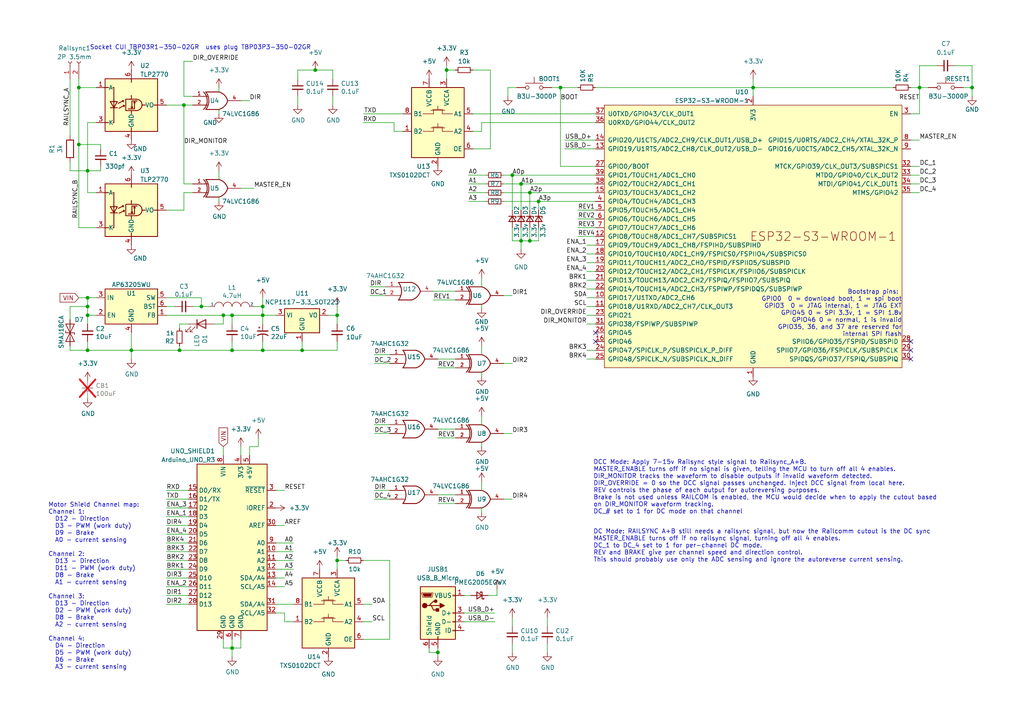
<source format=kicad_sch>
(kicad_sch (version 20230121) (generator eeschema)
  (paper "A4")
  (title_block (title "Dynamo - DCC 4 channel booster") (date "2024-01-14") (rev "0.6") (company "SeraphimLabs LLC"))
  (lib_symbols
    (symbol "74AHCT1G86-74xGxx_1" (pin_names (offset 1.016))
      (property "Reference" "U5" (at -1.27 0 0))
      (property "Value" "74LVC1G86" (at 6.35 -3.81 0))
      (symbol "74AHCT1G86-74xGxx_1_1_1"
        (pin input line (at -7.62 1.27 0) (length 3.81) (name "~") (number "1"))
        (pin input line (at -7.62 -1.27 0) (length 3.81) (name "~") (number "2"))
        (pin power_in line (at 0 -2.54 270) (length 0) hide (name "") (number "3"))
        (pin output line (at 6.35 0 180) (length 3.81) (name "~") (number "4"))
        (pin power_in line (at 0 2.54 90) (length 0) hide (name "") (number "5"))
      )
    )
    (symbol "74AHCT1G86-74xGxx_2" (pin_names (offset 1.016))
      (property "Reference" "U4" (at -1.27 0 0))
      (property "Value" "74LVC1G86" (at 6.35 -3.81 0))
      (symbol "74AHCT1G86-74xGxx_2_1_1"
        (pin input line (at -7.62 1.27 0) (length 3.81) (name "~") (number "1"))
        (pin input line (at -7.62 -1.27 0) (length 3.81) (name "~") (number "2"))
        (pin power_in line (at 0 -2.54 270) (length 0) hide (name "") (number "3"))
        (pin output line (at 6.35 0 180) (length 3.81) (name "~") (number "4"))
        (pin power_in line (at 0 2.54 90) (length 0) hide (name "") (number "5"))
      )
    )
    (symbol "Connector:USB_B_Micro" (pin_names (offset 1.016))
      (property "Reference" "J" (at -5.08 11.43 0))
      (property "Value" "USB_B_Micro" (at -5.08 8.89 0))
      (symbol "USB_B_Micro_1_1"
        (pin power_out line (at 7.62 5.08 180) (length 2.54) (name "VBUS") (number "1"))
        (pin bidirectional line (at 7.62 -2.54 180) (length 2.54) (name "D-") (number "2"))
        (pin bidirectional line (at 7.62 0 180) (length 2.54) (name "D+") (number "3"))
        (pin passive line (at 7.62 -5.08 180) (length 2.54) (name "ID") (number "4"))
        (pin power_out line (at 0 -10.16 90) (length 2.54) (name "GND") (number "5"))
        (pin passive line (at -2.54 -10.16 90) (length 2.54) (name "Shield") (number "6"))
      )
    )
    (symbol "Device:C_Small" (pin_numbers hide) (pin_names (offset 0.254) hide)
      (property "Reference" "C" (at 0.254 1.778 0))
      (property "Value" "C_Small" (at 0.254 -2.032 0))
      (symbol "C_Small_1_1"
        (pin passive line (at 0 2.54 270) (length 2.032) (name "~") (number "1"))
        (pin passive line (at 0 -2.54 90) (length 2.032) (name "~") (number "2"))
      )
    )
    (symbol "Device:D_Schottky_Small" (pin_numbers hide) (pin_names (offset 0.254) hide)
      (property "Reference" "D" (at -1.27 2.032 0))
      (property "Value" "D_Schottky_Small" (at -7.112 -2.032 0))
      (symbol "D_Schottky_Small_1_1"
        (pin passive line (at -2.54 0 0) (length 1.778) (name "K") (number "1"))
        (pin passive line (at 2.54 0 180) (length 1.778) (name "A") (number "2"))
      )
    )
    (symbol "Device:D_Zener_Small" (pin_numbers hide) (pin_names (offset 0.254) hide)
      (property "Reference" "D" (at 0 2.286 0))
      (property "Value" "D_Zener_Small" (at 0 -2.286 0))
      (symbol "D_Zener_Small_1_1"
        (pin passive line (at -2.54 0 0) (length 1.778) (name "K") (number "1"))
        (pin passive line (at 2.54 0 180) (length 1.778) (name "A") (number "2"))
      )
    )
    (symbol "Device:LED" (pin_numbers hide) (pin_names (offset 1.016) hide)
      (property "Reference" "D" (at 0 2.54 0))
      (property "Value" "LED" (at 0 -2.54 0))
      (symbol "LED_1_1"
        (pin passive line (at -3.81 0 0) (length 2.54) (name "K") (number "1"))
        (pin passive line (at 3.81 0 180) (length 2.54) (name "A") (number "2"))
      )
    )
    (symbol "Device:R" (pin_numbers hide) (pin_names (offset 0))
      (property "Reference" "R" (at 2.032 0 90))
      (property "Value" "R" (at 0 0 90))
      (symbol "R_1_1"
        (pin passive line (at 0 3.81 270) (length 1.27) (name "~") (number "1"))
        (pin passive line (at 0 -3.81 90) (length 1.27) (name "~") (number "2"))
      )
    )
    (symbol "Device:R_Small" (pin_numbers hide) (pin_names (offset 0.254) hide)
      (property "Reference" "R" (at 0.762 0.508 0))
      (property "Value" "R_Small" (at 0.762 -1.016 0))
      (symbol "R_Small_1_1"
        (pin passive line (at 0 2.54 270) (length 0.762) (name "~") (number "1"))
        (pin passive line (at 0 -2.54 90) (length 0.762) (name "~") (number "2"))
      )
    )
    (symbol "Diode:SMAJ18CA" (pin_numbers hide) (pin_names (offset 1.016) hide)
      (property "Reference" "D" (at 0 2.54 0))
      (property "Value" "SMAJ18CA" (at 0 -2.54 0))
      (symbol "SMAJ18CA_1_1"
        (pin passive line (at -3.81 0 0) (length 2.54) (name "A1") (number "1"))
        (pin passive line (at 3.81 0 180) (length 2.54) (name "A2") (number "2"))
      )
    )
    (symbol "Espressif:ESP32-S3-WROOM-1" (pin_names (offset 1.016))
      (property "Reference" "U" (at -43.18 43.18 0))
      (property "Value" "ESP32-S3-WROOM-1" (at -43.18 40.64 0))
      (symbol "ESP32-S3-WROOM-1_0_0"
        (text "ESP32-S3-WROOM-1" (at -20.32 0 0) (effects (font (size 2.54 2.54))))
        (pin power_in line (at 0 -40.64 90) (length 2.54) (name "GND") (number "1"))
        (pin bidirectional line (at 45.72 -17.78 180) (length 2.54) (name "GPIO17/U1TXD/ADC2_CH6") (number "10"))
        (pin bidirectional line (at 45.72 -20.32 180) (length 2.54) (name "GPIO18/U1RXD/ADC2_CH7/CLK_OUT3") (number "11"))
        (pin bidirectional line (at 45.72 0 180) (length 2.54) (name "GPIO8/TOUCH8/ADC1_CH7/SUBSPICS1") (number "12"))
        (pin bidirectional line (at 45.72 25.4 180) (length 2.54) (name "GPIO19/U1RTS/ADC2_CH8/CLK_OUT2/USB_D-") (number "13"))
        (pin bidirectional line (at 45.72 27.94 180) (length 2.54) (name "GPIO20/U1CTS/ADC2_CH9/CLK_OUT1/USB_D+") (number "14"))
        (pin bidirectional line (at 45.72 12.7 180) (length 2.54) (name "GPIO3/TOUCH3/ADC1_CH2") (number "15"))
        (pin bidirectional line (at 45.72 -30.48 180) (length 2.54) (name "GPIO46") (number "16"))
        (pin bidirectional line (at 45.72 -2.54 180) (length 2.54) (name "GPIO9/TOUCH9/ADC1_CH8/FSPIHD/SUBSPIHD") (number "17"))
        (pin bidirectional line (at 45.72 -5.08 180) (length 2.54) (name "GPIO10/TOUCH10/ADC1_CH9/FSPICS0/FSPIIO4/SUBSPICS0") (number "18"))
        (pin bidirectional line (at 45.72 -7.62 180) (length 2.54) (name "GPIO11/TOUCH11/ADC2_CH0/FSPID/FSPIIO5/SUBSPID") (number "19"))
        (pin power_in line (at 0 40.64 270) (length 2.54) (name "3V3") (number "2"))
        (pin bidirectional line (at 45.72 -10.16 180) (length 2.54) (name "GPIO12/TOUCH12/ADC2_CH1/FSPICLK/FSPIIO6/SUBSPICLK") (number "20"))
        (pin bidirectional line (at 45.72 -12.7 180) (length 2.54) (name "GPIO13/TOUCH13/ADC2_CH2/FSPIQ/FSPIIO7/SUBSPIQ") (number "21"))
        (pin bidirectional line (at 45.72 -15.24 180) (length 2.54) (name "GPIO14/TOUCH14/ADC2_CH3/FSPIWP/FSPIDQS/SUBSPIWP") (number "22"))
        (pin bidirectional line (at 45.72 -22.86 180) (length 2.54) (name "GPIO21") (number "23"))
        (pin bidirectional line (at 45.72 -33.02 180) (length 2.54) (name "GPIO47/SPICLK_P/SUBSPICLK_P_DIFF") (number "24"))
        (pin bidirectional line (at 45.72 -35.56 180) (length 2.54) (name "GPIO48/SPICLK_N/SUBSPICLK_N_DIFF") (number "25"))
        (pin bidirectional line (at 45.72 -27.94 180) (length 2.54) (name "GPIO45") (number "26"))
        (pin bidirectional line (at 45.72 20.32 180) (length 2.54) (name "GPIO0/BOOT") (number "27"))
        (pin bidirectional line (at -45.72 -30.48 0) (length 2.54) (name "SPIIO6/GPIO35/FSPID/SUBSPID") (number "28"))
        (pin bidirectional line (at -45.72 -33.02 0) (length 2.54) (name "SPIIO7/GPIO36/FSPICLK/SUBSPICLK") (number "29"))
        (pin input line (at -45.72 35.56 0) (length 2.54) (name "EN") (number "3"))
        (pin bidirectional line (at -45.72 -35.56 0) (length 2.54) (name "SPIDQS/GPIO37/FSPIQ/SUBSPIQ") (number "30"))
        (pin bidirectional line (at 45.72 -25.4 180) (length 2.54) (name "GPIO38/FSPIWP/SUBSPIWP") (number "31"))
        (pin bidirectional line (at -45.72 20.32 0) (length 2.54) (name "MTCK/GPIO39/CLK_OUT3/SUBSPICS1") (number "32"))
        (pin bidirectional line (at -45.72 17.78 0) (length 2.54) (name "MTDO/GPIO40/CLK_OUT2") (number "33"))
        (pin bidirectional line (at -45.72 15.24 0) (length 2.54) (name "MTDI/GPIO41/CLK_OUT1") (number "34"))
        (pin bidirectional line (at -45.72 12.7 0) (length 2.54) (name "MTMS/GPIO42") (number "35"))
        (pin bidirectional line (at 45.72 33.02 180) (length 2.54) (name "U0RXD/GPIO44/CLK_OUT2") (number "36"))
        (pin bidirectional line (at 45.72 35.56 180) (length 2.54) (name "U0TXD/GPIO43/CLK_OUT1") (number "37"))
        (pin bidirectional line (at 45.72 15.24 180) (length 2.54) (name "GPIO2/TOUCH2/ADC1_CH1") (number "38"))
        (pin bidirectional line (at 45.72 17.78 180) (length 2.54) (name "GPIO1/TOUCH1/ADC1_CH0") (number "39"))
        (pin bidirectional line (at 45.72 10.16 180) (length 2.54) (name "GPIO4/TOUCH4/ADC1_CH3") (number "4"))
        (pin passive line (at 0 -40.64 90) (length 2.54) hide (name "GND") (number "40"))
        (pin passive line (at 0 -40.64 90) (length 2.54) hide (name "GND") (number "41"))
        (pin bidirectional line (at 45.72 7.62 180) (length 2.54) (name "GPIO5/TOUCH5/ADC1_CH4") (number "5"))
        (pin bidirectional line (at 45.72 5.08 180) (length 2.54) (name "GPIO6/TOUCH6/ADC1_CH5") (number "6"))
        (pin bidirectional line (at 45.72 2.54 180) (length 2.54) (name "GPIO7/TOUCH7/ADC1_CH6") (number "7"))
        (pin bidirectional line (at -45.72 27.94 0) (length 2.54) (name "GPIO15/U0RTS/ADC2_CH4/XTAL_32K_P") (number "8"))
        (pin bidirectional line (at -45.72 25.4 0) (length 2.54) (name "GPIO16/U0CTS/ADC2_CH5/XTAL_32K_N") (number "9"))
      )
    )
    (symbol "Isolator:TLP2770" (pin_names (offset 1.016))
      (property "Reference" "U3" (at 2.54 11.43 0))
      (property "Value" "TLP2770" (at 2.54 8.89 0))
      (symbol "TLP2770_1_1"
        (pin passive line (at -10.16 5.08 0) (length 2.54) (name "A") (number "1"))
        (pin no_connect line (at -7.62 0 0) (length 2.54) hide (name "NC") (number "2"))
        (pin passive line (at -10.16 -5.08 0) (length 2.54) (name "K") (number "3"))
        (pin power_in line (at 0 -10.16 90) (length 2.54) (name "GND") (number "4"))
        (pin output line (at 10.16 0 180) (length 2.54) (name "VO") (number "5"))
        (pin power_in line (at 0 10.16 270) (length 2.54) (name "") (number "6"))
      )
    )
    (symbol "Loconet DCC Interface-rescue:74AHC1G32-74xGxx" (pin_names (offset 1.016))
      (property "Reference" "U" (at -2.54 3.81 0))
      (property "Value" "74xGxx_74AHC1G32" (at 0 -3.81 0))
      (symbol "74AHC1G32-74xGxx_1_1"
        (pin input line (at -7.62 1.27 0) (length 3.81) (name "~") (number "1"))
        (pin input line (at -7.62 -1.27 0) (length 3.81) (name "~") (number "2"))
        (pin power_in line (at 0 -2.54 270) (length 0) hide (name "GND") (number "3"))
        (pin output line (at 6.35 0 180) (length 3.81) (name "~") (number "4"))
        (pin power_in line (at 0 2.54 90) (length 0) hide (name "VCC") (number "5"))
      )
    )
    (symbol "Logic_LevelTranslator:TXS0102DCT"
      (property "Reference" "U" (at -6.35 11.43 0))
      (property "Value" "TXS0102DCT" (at 3.81 11.43 0))
      (symbol "TXS0102DCT_1_1"
        (pin bidirectional line (at 10.16 -2.54 180) (length 2.54) (name "B2") (number "1"))
        (pin power_in line (at 0 -12.7 90) (length 2.54) (name "GND") (number "2"))
        (pin power_in line (at -2.54 12.7 270) (length 2.54) (name "VCCA") (number "3"))
        (pin bidirectional line (at -10.16 -2.54 0) (length 2.54) (name "A2") (number "4"))
        (pin bidirectional line (at -10.16 2.54 0) (length 2.54) (name "A1") (number "5"))
        (pin input line (at -10.16 -7.62 0) (length 2.54) (name "OE") (number "6"))
        (pin power_in line (at 2.54 12.7 270) (length 2.54) (name "VCCB") (number "7"))
        (pin bidirectional line (at 10.16 2.54 180) (length 2.54) (name "B1") (number "8"))
      )
    )
    (symbol "MCU_Module:Arduino_UNO_R3"
      (property "Reference" "A" (at -10.16 23.495 0))
      (property "Value" "Arduino_UNO_R3" (at 5.08 -26.67 0))
      (symbol "Arduino_UNO_R3_1_1"
        (pin no_connect line (at -10.16 -20.32 0) (length 2.54) hide (name "NC") (number "1"))
        (pin bidirectional line (at 12.7 -2.54 180) (length 2.54) (name "A1") (number "10"))
        (pin bidirectional line (at 12.7 -5.08 180) (length 2.54) (name "A2") (number "11"))
        (pin bidirectional line (at 12.7 -7.62 180) (length 2.54) (name "A3") (number "12"))
        (pin bidirectional line (at 12.7 -10.16 180) (length 2.54) (name "SDA/A4") (number "13"))
        (pin bidirectional line (at 12.7 -12.7 180) (length 2.54) (name "SCL/A5") (number "14"))
        (pin bidirectional line (at -12.7 15.24 0) (length 2.54) (name "D0/RX") (number "15"))
        (pin bidirectional line (at -12.7 12.7 0) (length 2.54) (name "D1/TX") (number "16"))
        (pin bidirectional line (at -12.7 10.16 0) (length 2.54) (name "D2") (number "17"))
        (pin bidirectional line (at -12.7 7.62 0) (length 2.54) (name "D3") (number "18"))
        (pin bidirectional line (at -12.7 5.08 0) (length 2.54) (name "D4") (number "19"))
        (pin output line (at 12.7 10.16 180) (length 2.54) (name "IOREF") (number "2"))
        (pin bidirectional line (at -12.7 2.54 0) (length 2.54) (name "D5") (number "20"))
        (pin bidirectional line (at -12.7 0 0) (length 2.54) (name "D6") (number "21"))
        (pin bidirectional line (at -12.7 -2.54 0) (length 2.54) (name "D7") (number "22"))
        (pin bidirectional line (at -12.7 -5.08 0) (length 2.54) (name "D8") (number "23"))
        (pin bidirectional line (at -12.7 -7.62 0) (length 2.54) (name "D9") (number "24"))
        (pin bidirectional line (at -12.7 -10.16 0) (length 2.54) (name "D10") (number "25"))
        (pin bidirectional line (at -12.7 -12.7 0) (length 2.54) (name "D11") (number "26"))
        (pin bidirectional line (at -12.7 -15.24 0) (length 2.54) (name "D12") (number "27"))
        (pin bidirectional line (at -12.7 -17.78 0) (length 2.54) (name "D13") (number "28"))
        (pin power_in line (at -2.54 -27.94 90) (length 2.54) (name "GND") (number "29"))
        (pin input line (at 12.7 15.24 180) (length 2.54) (name "~{RESET}") (number "3"))
        (pin input line (at 12.7 5.08 180) (length 2.54) (name "AREF") (number "30"))
        (pin bidirectional line (at 12.7 -17.78 180) (length 2.54) (name "SDA/A4") (number "31"))
        (pin bidirectional line (at 12.7 -20.32 180) (length 2.54) (name "SCL/A5") (number "32"))
        (pin power_out line (at 2.54 25.4 270) (length 2.54) (name "3V3") (number "4"))
        (pin power_out line (at 5.08 25.4 270) (length 2.54) (name "+5V") (number "5"))
        (pin power_in line (at 0 -27.94 90) (length 2.54) (name "GND") (number "6"))
        (pin power_in line (at 2.54 -27.94 90) (length 2.54) (name "GND") (number "7"))
        (pin power_in line (at -2.54 25.4 270) (length 2.54) (name "VIN") (number "8"))
        (pin bidirectional line (at 12.7 0 180) (length 2.54) (name "A0") (number "9"))
      )
    )
    (symbol "Motor Shield Adapter-rescue:74AHCT1G86-74xGxx" (pin_names (offset 1.016))
      (property "Reference" "U" (at -2.54 3.81 0))
      (property "Value" "74xGxx_74AHCT1G86" (at 0 -3.81 0))
      (symbol "74AHCT1G86-74xGxx_1_1"
        (pin input line (at -7.62 1.27 0) (length 3.81) (name "~") (number "1"))
        (pin input line (at -7.62 -1.27 0) (length 3.81) (name "~") (number "2"))
        (pin power_in line (at 0 -2.54 270) (length 0) hide (name "GND") (number "3"))
        (pin output line (at 6.35 0 180) (length 3.81) (name "~") (number "4"))
        (pin power_in line (at 0 2.54 90) (length 0) hide (name "VCC") (number "5"))
      )
    )
    (symbol "Motor Shield Adapter-rescue:CP1_Small-Device" (pin_numbers hide) (pin_names (offset 0.254) hide)
      (property "Reference" "C" (at 0.254 1.778 0))
      (property "Value" "Device_CP1_Small" (at 0.254 -2.032 0))
      (symbol "CP1_Small-Device_1_1"
        (pin passive line (at 0 2.54 270) (length 2.032) (name "~") (number "1"))
        (pin passive line (at 0 -2.54 90) (length 2.032) (name "~") (number "2"))
      )
    )
    (symbol "Motor Shield Adapter-rescue:Conn_01x02_Female-Connector" (pin_names (offset 1.016) hide)
      (property "Reference" "J" (at 0 2.54 0))
      (property "Value" "Connector_Conn_01x02_Female" (at 0 -5.08 0))
      (symbol "Conn_01x02_Female-Connector_1_1"
        (pin passive line (at -5.08 0 0) (length 3.81) (name "Pin_1") (number "1"))
        (pin passive line (at -5.08 -2.54 0) (length 3.81) (name "Pin_2") (number "2"))
      )
    )
    (symbol "Motor Shield Adapter-rescue:INDUCTOR-pspice" (pin_numbers hide) (pin_names (offset 0))
      (property "Reference" "L" (at 0 2.54 0))
      (property "Value" "pspice_INDUCTOR" (at 0 -1.27 0))
      (symbol "INDUCTOR-pspice_1_1"
        (pin input line (at -6.35 0 0) (length 1.27) (name "1") (number "1"))
        (pin input line (at 6.35 0 180) (length 1.27) (name "2") (number "2"))
      )
    )
    (symbol "Regulator_Linear:NCP1117-3.3_SOT223"
      (property "Reference" "U" (at -3.81 3.175 0))
      (property "Value" "NCP1117-3.3_SOT223" (at 0 3.175 0))
      (symbol "NCP1117-3.3_SOT223_1_1"
        (pin power_in line (at 0 -7.62 90) (length 2.54) (name "GND") (number "1"))
        (pin power_out line (at 7.62 0 180) (length 2.54) (name "VO") (number "2"))
        (pin power_in line (at -7.62 0 0) (length 2.54) (name "VI") (number "3"))
      )
    )
    (symbol "Regulator_Switching:AP63205WU"
      (property "Reference" "U" (at -7.62 6.35 0))
      (property "Value" "AP63205WU" (at 2.54 6.35 0))
      (symbol "AP63205WU_1_1"
        (pin input line (at 10.16 -2.54 180) (length 2.54) (name "FB") (number "1"))
        (pin input line (at -10.16 -2.54 0) (length 2.54) (name "EN") (number "2"))
        (pin power_in line (at -10.16 2.54 0) (length 2.54) (name "IN") (number "3"))
        (pin power_in line (at 0 -7.62 90) (length 2.54) (name "GND") (number "4"))
        (pin output line (at 10.16 2.54 180) (length 2.54) (name "SW") (number "5"))
        (pin passive line (at 10.16 0 180) (length 2.54) (name "BST") (number "6"))
      )
    )
    (symbol "Switch:SW_Push" (pin_numbers hide) (pin_names (offset 1.016) hide)
      (property "Reference" "SW" (at 1.27 2.54 0))
      (property "Value" "SW_Push" (at 0 -1.524 0))
      (symbol "SW_Push_0_1"
        (pin passive line (at -5.08 0 0) (length 2.54) (name "1") (number "1"))
        (pin passive line (at 5.08 0 180) (length 2.54) (name "2") (number "2"))
      )
    )
    (symbol "TLP2770_1" (pin_names (offset 1.016))
      (property "Reference" "U2" (at 2.54 11.43 0))
      (property "Value" "TLP2770" (at 2.54 8.89 0))
      (symbol "TLP2770_1_1_1"
        (pin passive line (at -10.16 5.08 0) (length 2.54) (name "A") (number "1"))
        (pin no_connect line (at -7.62 0 0) (length 2.54) hide (name "NC") (number "2"))
        (pin passive line (at -10.16 -5.08 0) (length 2.54) (name "K") (number "3"))
        (pin power_in line (at 0 -10.16 90) (length 2.54) (name "GND") (number "4"))
        (pin output line (at 10.16 0 180) (length 2.54) (name "VO") (number "5"))
        (pin power_in line (at 0 10.16 270) (length 2.54) (name "") (number "6"))
      )
    )
    (symbol "power:+3.3V" (power) (pin_names (offset 0))
      (property "Value" "+3.3V" (at 0 3.556 0))
      (symbol "+3.3V_1_1"
        (pin power_in line (at 0 0 90) (length 0) hide (name "+3.3V") (number "1"))
      )
    )
    (symbol "power:+5V" (power) (pin_names (offset 0))
      (property "Value" "+5V" (at 0 3.556 0))
      (symbol "+5V_1_1"
        (pin power_in line (at 0 0 90) (length 0) hide (name "+5V") (number "1"))
      )
    )
    (symbol "power:GND" (power) (pin_names (offset 0))
      (property "Value" "GND" (at 0 -3.81 0))
      (symbol "GND_1_1"
        (pin power_in line (at 0 0 270) (length 0) hide (name "GND") (number "1"))
      )
    )
  )
  (junction (at 38.1 101.6))
  (junction (at 22.86 41.91))
  (junction (at 53.34 30.48))
  (junction (at 153.67 55.88))
  (junction (at 162.56 25.4))
  (junction (at 281.94 25.4))
  (junction (at 52.07 101.6))
  (junction (at 156.21 58.42))
  (junction (at 87.63 101.6))
  (junction (at 25.4 86.36))
  (junction (at 218.44 25.4))
  (junction (at 76.2 88.9))
  (junction (at 129.54 20.32))
  (junction (at 22.86 25.4))
  (junction (at 67.31 187.96))
  (junction (at 97.79 162.56))
  (junction (at 64.77 91.44))
  (junction (at 25.4 88.9))
  (junction (at 148.59 50.8))
  (junction (at 266.7 25.4))
  (junction (at 97.79 91.44))
  (junction (at 127 189.23))
  (junction (at 67.31 91.44))
  (junction (at 25.4 49.53))
  (junction (at 153.67 69.85))
  (junction (at 151.13 53.34))
  (junction (at 91.44 20.32))
  (junction (at 76.2 91.44))
  (junction (at 58.42 88.9))
  (junction (at 25.4 101.6))
  (junction (at 76.2 101.6))
  (junction (at 67.31 101.6))
  (junction (at 25.4 91.44))
  (junction (at 151.13 69.85))
  (no_connect (at 264.16 104.14))
  (no_connect (at 264.16 99.06))
  (no_connect (at 172.72 96.52))
  (no_connect (at 264.16 101.6))
  (no_connect (at 172.72 99.06))
  (wire (pts (xy 20.32 46.99) (xy 20.32 49.53)))
  (wire (pts (xy 25.4 88.9) (xy 25.4 86.36)))
  (wire (pts (xy 105.41 35.56) (xy 114.3 35.56)))
  (wire (pts (xy 67.31 187.96) (xy 69.85 187.96)))
  (wire (pts (xy 139.7 89.535) (xy 139.7 88.265)))
  (wire (pts (xy 53.34 30.48) (xy 53.34 53.34)))
  (wire (pts (xy 266.7 19.05) (xy 266.7 25.4)))
  (wire (pts (xy 146.05 144.78) (xy 148.59 144.78)))
  (wire (pts (xy 22.86 86.36) (xy 25.4 86.36)))
  (wire (pts (xy 69.85 29.21) (xy 72.39 29.21)))
  (wire (pts (xy 20.32 49.53) (xy 25.4 49.53)))
  (wire (pts (xy 22.86 41.91) (xy 22.86 66.04)))
  (wire (pts (xy 108.585 144.78) (xy 113.03 144.78)))
  (wire (pts (xy 114.3 38.1) (xy 116.84 38.1)))
  (wire (pts (xy 74.93 127) (xy 74.93 129.54)))
  (wire (pts (xy 108.585 123.19) (xy 113.03 123.19)))
  (wire (pts (xy 172.72 63.5) (xy 167.64 63.5)))
  (wire (pts (xy 86.36 22.86) (xy 86.36 20.32)))
  (wire (pts (xy 172.72 33.02) (xy 137.16 33.02)))
  (wire (pts (xy 281.94 25.4) (xy 281.94 27.94)))
  (wire (pts (xy 48.26 144.78) (xy 54.61 144.78)))
  (wire (pts (xy 264.16 53.34) (xy 266.7 53.34)))
  (wire (pts (xy 124.46 189.23) (xy 127 189.23)))
  (wire (pts (xy 170.18 81.28) (xy 172.72 81.28)))
  (wire (pts (xy 172.72 71.12) (xy 170.18 71.12)))
  (wire (pts (xy 127 189.23) (xy 127 190.5)))
  (wire (pts (xy 107.315 85.725) (xy 111.76 85.725)))
  (wire (pts (xy 97.79 93.98) (xy 97.79 91.44)))
  (wire (pts (xy 91.44 20.32) (xy 96.52 20.32)))
  (wire (pts (xy 172.72 43.18) (xy 163.83 43.18)))
  (wire (pts (xy 170.18 104.14) (xy 172.72 104.14)))
  (wire (pts (xy 156.21 66.04) (xy 156.21 69.85)))
  (wire (pts (xy 146.05 53.34) (xy 151.13 53.34)))
  (wire (pts (xy 87.63 99.06) (xy 87.63 101.6)))
  (wire (pts (xy 264.16 55.88) (xy 266.7 55.88)))
  (wire (pts (xy 125.73 86.995) (xy 132.08 86.995)))
  (wire (pts (xy 20.32 100.33) (xy 20.32 101.6)))
  (wire (pts (xy 264.16 48.26) (xy 266.7 48.26)))
  (wire (pts (xy 97.79 99.06) (xy 97.79 101.6)))
  (wire (pts (xy 48.26 147.32) (xy 54.61 147.32)))
  (wire (pts (xy 146.05 85.725) (xy 148.59 85.725)))
  (wire (pts (xy 97.79 88.9) (xy 97.79 91.44)))
  (wire (pts (xy 48.26 170.18) (xy 54.61 170.18)))
  (wire (pts (xy 124.46 187.96) (xy 124.46 189.23)))
  (wire (pts (xy 148.59 50.8) (xy 148.59 60.96)))
  (wire (pts (xy 22.86 25.4) (xy 22.86 41.91)))
  (wire (pts (xy 52.07 93.98) (xy 52.07 95.25)))
  (wire (pts (xy 55.88 53.34) (xy 53.34 53.34)))
  (wire (pts (xy 72.39 132.08) (xy 72.39 129.54)))
  (wire (pts (xy 100.33 162.56) (xy 97.79 162.56)))
  (wire (pts (xy 48.26 86.36) (xy 58.42 86.36)))
  (wire (pts (xy 22.86 41.91) (xy 29.21 41.91)))
  (wire (pts (xy 80.01 160.02) (xy 85.09 160.02)))
  (wire (pts (xy 151.13 69.85) (xy 151.13 72.39)))
  (wire (pts (xy 58.42 88.9) (xy 60.96 88.9)))
  (wire (pts (xy 144.145 170.815) (xy 144.145 172.72)))
  (wire (pts (xy 97.79 162.56) (xy 97.79 165.1)))
  (wire (pts (xy 127 104.14) (xy 132.08 104.14)))
  (wire (pts (xy 129.54 20.32) (xy 129.54 22.86)))
  (wire (pts (xy 53.34 17.78) (xy 53.34 27.94)))
  (wire (pts (xy 113.03 162.56) (xy 113.03 185.42)))
  (wire (pts (xy 108.585 142.24) (xy 113.03 142.24)))
  (wire (pts (xy 27.94 91.44) (xy 25.4 91.44)))
  (wire (pts (xy 80.01 167.64) (xy 82.55 167.64)))
  (wire (pts (xy 153.67 66.04) (xy 153.67 69.85)))
  (wire (pts (xy 143.51 180.34) (xy 134.62 180.34)))
  (wire (pts (xy 80.01 157.48) (xy 85.09 157.48)))
  (wire (pts (xy 76.2 91.44) (xy 76.2 88.9)))
  (wire (pts (xy 151.13 53.34) (xy 151.13 60.96)))
  (wire (pts (xy 25.4 99.06) (xy 25.4 101.6)))
  (wire (pts (xy 25.4 86.36) (xy 27.94 86.36)))
  (wire (pts (xy 48.26 172.72) (xy 54.61 172.72)))
  (wire (pts (xy 38.1 101.6) (xy 52.07 101.6)))
  (wire (pts (xy 135.89 55.88) (xy 140.97 55.88)))
  (wire (pts (xy 48.26 165.1) (xy 54.61 165.1)))
  (wire (pts (xy 132.08 20.32) (xy 129.54 20.32)))
  (wire (pts (xy 266.7 33.02) (xy 264.16 33.02)))
  (wire (pts (xy 27.94 25.4) (xy 22.86 25.4)))
  (wire (pts (xy 139.7 139.7) (xy 139.7 142.24)))
  (wire (pts (xy 64.77 129.54) (xy 64.77 132.08)))
  (wire (pts (xy 170.18 91.44) (xy 172.72 91.44)))
  (wire (pts (xy 97.79 161.29) (xy 97.79 162.56)))
  (wire (pts (xy 146.05 105.41) (xy 148.59 105.41)))
  (wire (pts (xy 107.315 83.185) (xy 111.76 83.185)))
  (wire (pts (xy 172.72 78.74) (xy 170.18 78.74)))
  (wire (pts (xy 48.26 152.4) (xy 54.61 152.4)))
  (wire (pts (xy 67.31 93.98) (xy 67.31 91.44)))
  (wire (pts (xy 54.61 93.98) (xy 52.07 93.98)))
  (wire (pts (xy 172.72 83.82) (xy 170.18 83.82)))
  (wire (pts (xy 135.89 58.42) (xy 140.97 58.42)))
  (wire (pts (xy 20.32 92.71) (xy 20.32 88.9)))
  (wire (pts (xy 76.2 88.9) (xy 73.66 88.9)))
  (wire (pts (xy 48.26 162.56) (xy 54.61 162.56)))
  (wire (pts (xy 50.8 88.9) (xy 48.26 88.9)))
  (wire (pts (xy 127 146.05) (xy 132.08 146.05)))
  (wire (pts (xy 67.31 185.42) (xy 67.31 187.96)))
  (wire (pts (xy 20.32 101.6) (xy 25.4 101.6)))
  (wire (pts (xy 87.63 101.6) (xy 76.2 101.6)))
  (wire (pts (xy 67.31 91.44) (xy 76.2 91.44)))
  (wire (pts (xy 218.44 22.86) (xy 218.44 25.4)))
  (wire (pts (xy 151.13 53.34) (xy 172.72 53.34)))
  (wire (pts (xy 170.18 93.98) (xy 172.72 93.98)))
  (wire (pts (xy 147.32 25.4) (xy 149.86 25.4)))
  (wire (pts (xy 218.44 25.4) (xy 172.72 25.4)))
  (wire (pts (xy 139.7 38.1) (xy 137.16 38.1)))
  (wire (pts (xy 87.63 101.6) (xy 97.79 101.6)))
  (wire (pts (xy 281.94 25.4) (xy 279.4 25.4)))
  (wire (pts (xy 151.13 66.04) (xy 151.13 69.85)))
  (wire (pts (xy 38.1 96.52) (xy 38.1 101.6)))
  (wire (pts (xy 148.59 189.23) (xy 148.59 186.69)))
  (wire (pts (xy 73.66 54.61) (xy 69.85 54.61)))
  (wire (pts (xy 170.18 86.36) (xy 172.72 86.36)))
  (wire (pts (xy 29.21 43.18) (xy 29.21 41.91)))
  (wire (pts (xy 80.01 162.56) (xy 85.09 162.56)))
  (wire (pts (xy 25.4 101.6) (xy 38.1 101.6)))
  (wire (pts (xy 76.2 99.06) (xy 76.2 101.6)))
  (wire (pts (xy 29.21 49.53) (xy 25.4 49.53)))
  (wire (pts (xy 172.72 66.04) (xy 167.64 66.04)))
  (wire (pts (xy 76.2 91.44) (xy 80.01 91.44)))
  (wire (pts (xy 153.67 69.85) (xy 156.21 69.85)))
  (wire (pts (xy 80.01 152.4) (xy 82.55 152.4)))
  (wire (pts (xy 76.2 86.36) (xy 76.2 88.9)))
  (wire (pts (xy 27.94 55.88) (xy 25.4 55.88)))
  (wire (pts (xy 281.94 19.05) (xy 281.94 25.4)))
  (wire (pts (xy 48.26 175.26) (xy 54.61 175.26)))
  (wire (pts (xy 62.23 93.98) (xy 64.77 93.98)))
  (wire (pts (xy 114.3 35.56) (xy 114.3 38.1)))
  (wire (pts (xy 127 143.51) (xy 132.08 143.51)))
  (wire (pts (xy 137.16 20.32) (xy 142.24 20.32)))
  (wire (pts (xy 158.75 181.61) (xy 158.75 179.07)))
  (wire (pts (xy 108.585 125.73) (xy 113.03 125.73)))
  (wire (pts (xy 172.72 60.96) (xy 167.64 60.96)))
  (wire (pts (xy 48.26 160.02) (xy 54.61 160.02)))
  (wire (pts (xy 76.2 101.6) (xy 67.31 101.6)))
  (wire (pts (xy 64.77 93.98) (xy 64.77 91.44)))
  (wire (pts (xy 80.01 177.8) (xy 82.55 177.8)))
  (wire (pts (xy 25.4 49.53) (xy 25.4 55.88)))
  (wire (pts (xy 139.7 148.59) (xy 139.7 147.32)))
  (wire (pts (xy 167.64 25.4) (xy 162.56 25.4)))
  (wire (pts (xy 172.72 73.66) (xy 170.18 73.66)))
  (wire (pts (xy 139.7 129.54) (xy 139.7 128.27)))
  (wire (pts (xy 105.41 33.02) (xy 116.84 33.02)))
  (wire (pts (xy 143.51 177.8) (xy 134.62 177.8)))
  (wire (pts (xy 63.5 31.75) (xy 63.5 33.02)))
  (wire (pts (xy 105.41 180.34) (xy 107.95 180.34)))
  (wire (pts (xy 97.79 91.44) (xy 95.25 91.44)))
  (wire (pts (xy 172.72 76.2) (xy 170.18 76.2)))
  (wire (pts (xy 67.31 187.96) (xy 67.31 190.5)))
  (wire (pts (xy 151.13 69.85) (xy 153.67 69.85)))
  (wire (pts (xy 38.1 101.6) (xy 38.1 104.14)))
  (wire (pts (xy 135.89 50.8) (xy 140.97 50.8)))
  (wire (pts (xy 76.2 93.98) (xy 76.2 91.44)))
  (wire (pts (xy 259.08 25.4) (xy 218.44 25.4)))
  (wire (pts (xy 29.21 48.26) (xy 29.21 49.53)))
  (wire (pts (xy 48.26 30.48) (xy 53.34 30.48)))
  (wire (pts (xy 82.55 180.34) (xy 85.09 180.34)))
  (wire (pts (xy 172.72 68.58) (xy 167.64 68.58)))
  (wire (pts (xy 148.59 50.8) (xy 172.72 50.8)))
  (wire (pts (xy 269.24 25.4) (xy 266.7 25.4)))
  (wire (pts (xy 64.77 187.96) (xy 67.31 187.96)))
  (wire (pts (xy 276.86 19.05) (xy 281.94 19.05)))
  (wire (pts (xy 48.26 142.24) (xy 54.61 142.24)))
  (wire (pts (xy 58.42 86.36) (xy 58.42 88.9)))
  (wire (pts (xy 25.4 35.56) (xy 25.4 49.53)))
  (wire (pts (xy 58.42 88.9) (xy 55.88 88.9)))
  (wire (pts (xy 139.7 35.56) (xy 139.7 38.1)))
  (wire (pts (xy 148.59 125.73) (xy 146.05 125.73)))
  (wire (pts (xy 125.73 84.455) (xy 132.08 84.455)))
  (wire (pts (xy 172.72 35.56) (xy 139.7 35.56)))
  (wire (pts (xy 218.44 27.94) (xy 218.44 25.4)))
  (wire (pts (xy 139.7 100.33) (xy 139.7 102.87)))
  (wire (pts (xy 64.77 185.42) (xy 64.77 187.96)))
  (wire (pts (xy 55.88 17.78) (xy 53.34 17.78)))
  (wire (pts (xy 139.7 109.22) (xy 139.7 107.95)))
  (wire (pts (xy 105.41 162.56) (xy 113.03 162.56)))
  (wire (pts (xy 266.7 40.64) (xy 264.16 40.64)))
  (wire (pts (xy 52.07 100.33) (xy 52.07 101.6)))
  (wire (pts (xy 127 106.68) (xy 132.08 106.68)))
  (wire (pts (xy 25.4 91.44) (xy 25.4 93.98)))
  (wire (pts (xy 146.05 50.8) (xy 148.59 50.8)))
  (wire (pts (xy 142.24 20.32) (xy 142.24 43.18)))
  (wire (pts (xy 64.77 91.44) (xy 67.31 91.44)))
  (wire (pts (xy 86.36 20.32) (xy 91.44 20.32)))
  (wire (pts (xy 63.5 49.53) (xy 63.5 52.07)))
  (wire (pts (xy 52.07 101.6) (xy 67.31 101.6)))
  (wire (pts (xy 69.85 187.96) (xy 69.85 185.42)))
  (wire (pts (xy 158.75 189.23) (xy 158.75 186.69)))
  (wire (pts (xy 108.585 105.41) (xy 113.03 105.41)))
  (wire (pts (xy 86.36 30.48) (xy 86.36 27.94)))
  (wire (pts (xy 20.32 88.9) (xy 25.4 88.9)))
  (wire (pts (xy 139.7 80.645) (xy 139.7 83.185)))
  (wire (pts (xy 156.21 58.42) (xy 172.72 58.42)))
  (wire (pts (xy 53.34 55.88) (xy 53.34 60.96)))
  (wire (pts (xy 127 124.46) (xy 132.08 124.46)))
  (wire (pts (xy 264.16 25.4) (xy 266.7 25.4)))
  (wire (pts (xy 129.54 19.05) (xy 129.54 20.32)))
  (wire (pts (xy 48.26 91.44) (xy 64.77 91.44)))
  (wire (pts (xy 108.585 102.87) (xy 113.03 102.87)))
  (wire (pts (xy 146.05 55.88) (xy 153.67 55.88)))
  (wire (pts (xy 63.5 58.42) (xy 63.5 57.15)))
  (wire (pts (xy 153.67 55.88) (xy 153.67 60.96)))
  (wire (pts (xy 48.26 149.86) (xy 54.61 149.86)))
  (wire (pts (xy 72.39 129.54) (xy 74.93 129.54)))
  (wire (pts (xy 148.59 181.61) (xy 148.59 179.07)))
  (wire (pts (xy 80.01 142.24) (xy 82.55 142.24)))
  (wire (pts (xy 141.605 172.72) (xy 144.145 172.72)))
  (wire (pts (xy 153.67 55.88) (xy 172.72 55.88)))
  (wire (pts (xy 63.5 26.67) (xy 63.5 25.4)))
  (wire (pts (xy 53.34 27.94) (xy 55.88 27.94)))
  (wire (pts (xy 172.72 48.26) (xy 162.56 48.26)))
  (wire (pts (xy 139.7 120.65) (xy 139.7 123.19)))
  (wire (pts (xy 53.34 55.88) (xy 55.88 55.88)))
  (wire (pts (xy 48.26 167.64) (xy 54.61 167.64)))
  (wire (pts (xy 266.7 25.4) (xy 266.7 33.02)))
  (wire (pts (xy 48.26 154.94) (xy 54.61 154.94)))
  (wire (pts (xy 25.4 91.44) (xy 25.4 88.9)))
  (wire (pts (xy 127 187.96) (xy 127 189.23)))
  (wire (pts (xy 264.16 50.8) (xy 266.7 50.8)))
  (wire (pts (xy 22.86 22.86) (xy 22.86 25.4)))
  (wire (pts (xy 80.01 170.18) (xy 82.55 170.18)))
  (wire (pts (xy 148.59 66.04) (xy 148.59 69.85)))
  (wire (pts (xy 25.4 35.56) (xy 27.94 35.56)))
  (wire (pts (xy 162.56 25.4) (xy 160.02 25.4)))
  (wire (pts (xy 156.21 58.42) (xy 156.21 60.96)))
  (wire (pts (xy 80.01 175.26) (xy 85.09 175.26)))
  (wire (pts (xy 172.72 88.9) (xy 170.18 88.9)))
  (wire (pts (xy 105.41 175.26) (xy 107.95 175.26)))
  (wire (pts (xy 170.18 101.6) (xy 172.72 101.6)))
  (wire (pts (xy 172.72 40.64) (xy 163.83 40.64)))
  (wire (pts (xy 82.55 177.8) (xy 82.55 180.34)))
  (wire (pts (xy 96.52 30.48) (xy 96.52 27.94)))
  (wire (pts (xy 162.56 25.4) (xy 162.56 48.26)))
  (wire (pts (xy 80.01 165.1) (xy 85.09 165.1)))
  (wire (pts (xy 22.86 66.04) (xy 27.94 66.04)))
  (wire (pts (xy 147.32 25.4) (xy 147.32 27.94)))
  (wire (pts (xy 137.16 43.18) (xy 142.24 43.18)))
  (wire (pts (xy 20.32 22.86) (xy 20.32 39.37)))
  (wire (pts (xy 48.26 60.96) (xy 53.34 60.96)))
  (wire (pts (xy 96.52 22.86) (xy 96.52 20.32)))
  (wire (pts (xy 271.78 19.05) (xy 266.7 19.05)))
  (wire (pts (xy 127 127) (xy 132.08 127)))
  (wire (pts (xy 148.59 69.85) (xy 151.13 69.85)))
  (wire (pts (xy 113.03 185.42) (xy 105.41 185.42)))
  (wire (pts (xy 146.05 58.42) (xy 156.21 58.42)))
  (wire (pts (xy 55.88 30.48) (xy 53.34 30.48)))
  (wire (pts (xy 134.62 172.72) (xy 136.525 172.72)))
  (wire (pts (xy 48.26 157.48) (xy 54.61 157.48)))
  (wire (pts (xy 67.31 99.06) (xy 67.31 101.6)))
  (wire (pts (xy 135.89 53.34) (xy 140.97 53.34)))
  (wire (pts (xy 69.85 129.54) (xy 69.85 132.08)))
  (text "Bootstrap pins: \nGPIO0  0 = download boot, 1 = spi boot\nGPIO3  0 = JTAG internal, 1 = JTAG EXT\nGPIO45 0 = SPI 3.3v, 1 = SPI 1.8v\nGPIO46 0 = normal, 1 is invalid\nGPIO35, 36, and 37 are reserved for\ninternal SPI flash\n" (at 261.62 97.79 0) (effects (font (size 1.27 1.27)) (justify right bottom)))
  (text "DC Mode: RAILSYNC A+B still needs a railsync signal, but now the Railcomm cutout is the DC sync \nMASTER_ENABLE turns off if no railsync signal, turning off all 4 enables. \nDC_1 to DC_4 set to 1 for per-channel DC mode. \nREV and BRAKE give per channel speed and direction control. \nThis should probably use only the ADC sensing and ignore the autoreverse current sensing. " (at 172.085 163.195 0) (effects (font (size 1.27 1.27)) (justify left bottom)))
  (text "Socket CUI TBP03R1-350-02GR  uses plug TBP03P3-350-02GR\n" (at 26.035 14.605 0) (effects (font (size 1.27 1.27)) (justify left bottom)))
  (text "DCC Mode: Apply 7-15v Railsync style signal to Railsync_A+B. \nMASTER_ENABLE turns off if no signal is given, telling the MCU to turn off all 4 enables. \nDIR_MONITOR tracks the waveform to disable outputs if invalid waveform detected. \nDIR_OVERRIDE = 0 so the DCC signal passes unchanged. Inject DCC signal from local here.\nREV controls the phase of each output for autoreversing purposes. \nBrake is not used unless RAILCOM is enabled, the MCU would decide when to apply the cutout based \non DIR_MONITOR waveform tracking. \nDC_# set to 1 for DC mode on that channel\n" (at 172.085 149.225 0) (effects (font (size 1.27 1.27)) (justify left bottom)))
  (text "Motor Shield Channel map:\nChannel 1: \n  D12 - Direction\n  D3 - PWM (work duty)\n  D9 - Brake\n  A0 - current sensing\n\nChannel 2: \n  D13 - Direction\n  D11 - PWM (work duty)\n  D8 - Brake\n  A1 - current sensing\n\nChannel 3: \n  D13 - Direction\n  D2 - PWM (work duty)\n  D8 - Brake\n  A2 - current sensing\n\nChannel 4: \n  D4 - Direction\n  D5 - PWM (work duty)\n  D6 - Brake\n  A3 - current sensing" (at 13.97 194.31 0) (effects (font (size 1.27 1.27)) (justify left bottom)))
  (label "DIR_OVERRIDE" (at 170.18 91.44 180))
  (label "MASTER_EN" (at 73.66 54.61 0))
  (label "A3" (at 82.55 165.1 0))
  (label "DC_2" (at 266.7 50.8 0))
  (label "DC_3" (at 266.7 53.34 0))
  (label "BOOT" (at 162.56 29.21 0))
  (label "A0" (at 82.55 157.48 0))
  (label "DIR4" (at 148.59 144.78 0))
  (label "REV1" (at 167.64 60.96 0))
  (label "RESET" (at 82.55 142.24 0))
  (label "MASTER_EN" (at 266.7 40.64 0))
  (label "DIR_OVERRIDE" (at 55.88 17.78 0))
  (label "USB_D-" (at 143.51 180.34 180))
  (label "BRK1" (at 170.18 81.28 180))
  (label "A5" (at 82.55 170.18 0))
  (label "BRK2" (at 48.26 162.56 0))
  (label "ENA_4" (at 170.18 78.74 180))
  (label "ENA_1" (at 48.26 149.86 0))
  (label "USB_D-" (at 163.83 43.18 0))
  (label "DC_4" (at 108.585 144.78 0))
  (label "DIR2" (at 148.59 105.41 0))
  (label "A0p" (at 148.59 50.8 0))
  (label "REV4" (at 127 146.05 0))
  (label "A3" (at 135.89 58.42 0))
  (label "REV3" (at 167.64 66.04 0))
  (label "A2p" (at 153.67 55.88 0))
  (label "TXD" (at 48.26 144.78 0))
  (label "RXD" (at 109.22 35.56 180))
  (label "RESET" (at 266.7 29.21 180))
  (label "USB_D+" (at 163.83 40.64 0))
  (label "RAILSYNC_B" (at 22.86 52.07 270))
  (label "RXD" (at 48.26 142.24 0))
  (label "ENA_3" (at 170.18 76.2 180))
  (label "DIR3" (at 148.59 125.73 0))
  (label "ENA_2" (at 170.18 73.66 180))
  (label "REV2" (at 167.64 63.5 0))
  (label "A1p" (at 151.13 53.34 0))
  (label "ENA_4" (at 48.26 154.94 0))
  (label "USB_D+" (at 143.51 177.8 180))
  (label "RAILSYNC_A" (at 20.32 25.4 270))
  (label "SCL" (at 170.18 88.9 180))
  (label "DC_1" (at 107.315 85.725 0))
  (label "DIR3" (at 48.26 167.64 0))
  (label "A4" (at 82.55 167.64 0))
  (label "A3p" (at 156.21 58.42 0))
  (label "DIR1" (at 148.59 85.725 0))
  (label "DIR" (at 107.315 83.185 0))
  (label "DIR" (at 108.585 142.24 0))
  (label "BRK4" (at 48.26 157.48 0))
  (label "A0" (at 135.89 50.8 0))
  (label "TXD" (at 109.22 33.02 180))
  (label "REV2" (at 127 106.68 0))
  (label "DC_4" (at 266.7 55.88 0))
  (label "REV1" (at 125.73 86.995 0))
  (label "SCL" (at 107.95 180.34 0))
  (label "SDA" (at 170.18 86.36 180))
  (label "DIR2" (at 48.26 175.26 0))
  (label "DC_1" (at 266.7 48.26 0))
  (label "REV4" (at 167.64 68.58 0))
  (label "DIR_MONITOR" (at 170.18 93.98 180))
  (label "BRK2" (at 170.18 83.82 180))
  (label "A1" (at 135.89 53.34 0))
  (label "A2" (at 135.89 55.88 0))
  (label "BRK1" (at 48.26 165.1 0))
  (label "AREF" (at 82.55 152.4 0))
  (label "SDA" (at 107.95 175.26 0))
  (label "ENA_2" (at 48.26 170.18 0))
  (label "DIR4" (at 48.26 152.4 0))
  (label "ENA_3" (at 48.26 147.32 0))
  (label "DC_3" (at 108.585 125.73 0))
  (label "DIR" (at 72.39 29.21 0))
  (label "DIR1" (at 48.26 172.72 0))
  (label "ENA_1" (at 170.18 71.12 180))
  (label "BRK4" (at 170.18 104.14 180))
  (label "A1" (at 82.55 160.02 0))
  (label "DIR" (at 108.585 123.19 0))
  (label "DIR_MONITOR" (at 53.34 41.91 0))
  (label "A2" (at 82.55 162.56 0))
  (label "BRK3" (at 48.26 160.02 0))
  (label "BRK3" (at 170.18 101.6 180))
  (label "DC_2" (at 108.585 105.41 0))
  (label "REV3" (at 127 127 0))
  (label "DIR" (at 108.585 102.87 0))
  (global_label "VIN" (shape input) (at 64.77 129.54 90) (property "Intersheetrefs" "${INTERSHEET_REFS}" (effects hide)))
  (global_label "VIN" (shape input) (at 22.86 86.36 180) (property "Intersheetrefs" "${INTERSHEET_REFS}" (effects hide)))
  (symbol (lib_name "TLP2770_1") (lib_id "Isolator:TLP2770") (at 38.1 30.48 0) (unit 1)
    (property "Reference" "U2" (at 40.64 19.05 0) (effects (justify left)))
    (property "Value" "TLP2770" (at 40.64 21.59 0) (effects (justify left)))
    (property "Footprint" "Package_SO:SO-6L_10x3.84mm_P1.27mm" (effects hide))
    (property "Datasheet" "https://toshiba.semicon-storage.com/info/docget.jsp?did=53548&prodName=TLP2770" (effects hide))
    (property "MFG" "Toshiba" (effects hide))
    (property "PN" "TLP2770TPE " (effects hide))
    (property "JLCPCB Part #" "C150160" (effects hide))
  )
  (symbol (lib_id "Isolator:TLP2770") (at 38.1 60.96 0) (unit 1)
    (property "Reference" "U3" (at 40.64 49.53 0) (effects (justify left)))
    (property "Value" "TLP2770" (at 40.64 52.07 0) (effects (justify left)))
    (property "Footprint" "Package_SO:SO-6L_10x3.84mm_P1.27mm" (effects hide))
    (property "Datasheet" "https://toshiba.semicon-storage.com/info/docget.jsp?did=53548&prodName=TLP2770" (effects hide))
    (property "MFG" "Toshiba" (effects hide))
    (property "PN" "TLP2770TPE " (effects hide))
    (property "JLCPCB Part #" "C150160" (effects hide))
  )
  (symbol (lib_id "power:GND") (at 38.1 71.12 0) (unit 1)
    (property "Reference" "#PWR04" (effects hide))
    (property "Value" "GND" (at 40.64 74.93 0))
  )
  (symbol (lib_id "power:GND") (at 38.1 40.64 0) (unit 1)
    (property "Reference" "#PWR02" (effects hide))
    (property "Value" "GND" (at 40.64 43.18 0))
  )
  (symbol (lib_id "power:GND") (at 63.5 58.42 0) (unit 1)
    (property "Reference" "#PWR06" (effects hide))
    (property "Value" "GND" (at 63.627 62.8142 0))
  )
  (symbol (lib_id "Device:R") (at 20.32 43.18 0) (unit 1)
    (property "Reference" "R1" (at 15.0622 43.18 90))
    (property "Value" "3k" (at 17.3736 43.18 90))
    (property "Footprint" "Resistor_SMD:R_1206_3216Metric" (effects hide))
    (property "MFG" "YAEGO" (effects hide))
    (property "PN" "RC1206FR-073KL" (effects hide))
    (property "JLCPCB Part #" "C132648" (effects hide))
  )
  (symbol (lib_id "Motor Shield Adapter-rescue:74AHCT1G86-74xGxx") (at 139.7 85.725 0) (unit 1)
    (property "Reference" "U6" (at 138.43 85.725 0))
    (property "Value" "74LVC1G86" (at 132.08 81.915 0))
    (property "Footprint" "Package_TO_SOT_SMD:SOT-23-5_HandSoldering" (effects hide))
    (property "Datasheet" "https://www.ti.com/general/docs/suppproductinfo.tsp?distId=26&gotoUrl=https://www.ti.com/lit/gpn/sn74lvc1g86" (effects hide))
    (property "MFG" "Texas Insturments" (effects hide))
    (property "PN" "SN74LVC1G86DBVR" (effects hide))
    (property "JLCPCB Part #" "C402161" (effects hide))
  )
  (symbol (lib_id "power:GND") (at 139.7 89.535 0) (unit 1)
    (property "Reference" "#PWR022" (effects hide))
    (property "Value" "GND" (at 139.7 93.345 0))
  )
  (symbol (lib_id "Motor Shield Adapter-rescue:74AHCT1G86-74xGxx") (at 139.7 105.41 0) (unit 1)
    (property "Reference" "U7" (at 139.7 105.41 0))
    (property "Value" "74LVC1G86" (at 130.81 101.6 0))
    (property "Footprint" "Package_TO_SOT_SMD:SOT-23-5_HandSoldering" (effects hide))
    (property "Datasheet" "https://www.ti.com/general/docs/suppproductinfo.tsp?distId=26&gotoUrl=https://www.ti.com/lit/gpn/sn74lvc1g86" (effects hide))
    (property "MFG" "Texas Insturments" (effects hide))
    (property "PN" "SN74LVC1G86DBVR" (effects hide))
    (property "JLCPCB Part #" "C402161" (effects hide))
  )
  (symbol (lib_id "power:GND") (at 139.7 109.22 0) (unit 1)
    (property "Reference" "#PWR024" (effects hide))
    (property "Value" "GND" (at 139.827 113.6142 0))
  )
  (symbol (lib_id "Motor Shield Adapter-rescue:74AHCT1G86-74xGxx") (at 139.7 125.73 0) (unit 1)
    (property "Reference" "U8" (at 139.7 125.73 0))
    (property "Value" "74LVC1G86" (at 130.81 121.92 0))
    (property "Footprint" "Package_TO_SOT_SMD:SOT-23-5_HandSoldering" (effects hide))
    (property "Datasheet" "https://www.ti.com/general/docs/suppproductinfo.tsp?distId=26&gotoUrl=https://www.ti.com/lit/gpn/sn74lvc1g86" (effects hide))
    (property "MFG" "Texas Insturments" (effects hide))
    (property "PN" "SN74LVC1G86DBVR" (effects hide))
    (property "JLCPCB Part #" "C402161" (effects hide))
  )
  (symbol (lib_id "power:GND") (at 139.7 129.54 0) (unit 1)
    (property "Reference" "#PWR026" (effects hide))
    (property "Value" "GND" (at 139.827 133.9342 0))
  )
  (symbol (lib_id "Motor Shield Adapter-rescue:74AHCT1G86-74xGxx") (at 139.7 144.78 0) (unit 1)
    (property "Reference" "U9" (at 139.7 144.78 0))
    (property "Value" "74LVC1G86" (at 130.81 140.97 0))
    (property "Footprint" "Package_TO_SOT_SMD:SOT-23-5_HandSoldering" (effects hide))
    (property "Datasheet" "https://www.ti.com/general/docs/suppproductinfo.tsp?distId=26&gotoUrl=https://www.ti.com/lit/gpn/sn74lvc1g86" (effects hide))
    (property "MFG" "Texas Insturments" (effects hide))
    (property "PN" "SN74LVC1G86DBVR" (effects hide))
    (property "JLCPCB Part #" "C402161" (effects hide))
  )
  (symbol (lib_id "power:GND") (at 139.7 148.59 0) (unit 1)
    (property "Reference" "#PWR028" (effects hide))
    (property "Value" "GND" (at 139.827 152.9842 0))
  )
  (symbol (lib_id "Motor Shield Adapter-rescue:Conn_01x02_Female-Connector") (at 20.32 17.78 90) (unit 1)
    (property "Reference" "Railsync1" (at 21.59 13.97 90))
    (property "Value" "2P 3.5mm" (at 21.59 16.51 90))
    (property "Footprint" "Connector_Phoenix_MC:PhoenixContact_MC_1,5_2-G-3.5_1x02_P3.50mm_Horizontal" (effects hide))
    (property "MFG" "CUI Inc" (effects hide))
    (property "PN" "TBP03R1-350-02GR " (effects hide))
    (property "JLCPCB Part #" "C880572" (effects hide))
  )
  (symbol (lib_id "power:GND") (at 63.5 33.02 0) (unit 1)
    (property "Reference" "#PWR08" (effects hide))
    (property "Value" "GND" (at 60.96 35.56 0))
  )
  (symbol (lib_id "MCU_Module:Arduino_UNO_R3") (at 67.31 157.48 0) (unit 1)
    (property "Reference" "UNO_SHIELD1" (at 55.88 130.81 0))
    (property "Value" "Arduino_UNO_R3" (at 54.61 133.35 0))
    (property "Footprint" "Module:Arduino_UNO_R3_WithMountingHoles" (effects hide))
    (property "Datasheet" "https://www.arduino.cc/en/Main/arduinoBoardUno" (effects hide))
  )
  (symbol (lib_id "power:GND") (at 67.31 190.5 0) (unit 1)
    (property "Reference" "#PWR0106" (effects hide))
    (property "Value" "GND" (at 67.437 194.8942 0))
  )
  (symbol (lib_id "Device:C_Small") (at 158.75 184.15 0) (unit 1)
    (property "Reference" "CU2" (at 161.0868 182.9816 0) (effects (justify left)))
    (property "Value" "0.1uF" (at 161.0868 185.293 0) (effects (justify left)))
    (property "Footprint" "Capacitor_SMD:C_1206_3216Metric" (effects hide))
    (property "MFG" "KEMET" (effects hide))
    (property "PN" "C1206C104K5RAC7210" (effects hide))
    (property "JLCPCB Part #" "C600013" (effects hide))
  )
  (symbol (lib_id "power:GND") (at 158.75 189.23 0) (unit 1)
    (property "Reference" "#PWR010" (effects hide))
    (property "Value" "GND" (at 158.877 193.6242 0))
  )
  (symbol (lib_id "Device:C_Small") (at 148.59 184.15 0) (unit 1)
    (property "Reference" "CU10" (at 150.9268 182.9816 0) (effects (justify left)))
    (property "Value" "0.1uF" (at 150.9268 185.293 0) (effects (justify left)))
    (property "Footprint" "Capacitor_SMD:C_1206_3216Metric" (effects hide))
    (property "MFG" "KEMET" (effects hide))
    (property "PN" "C1206C104K5RAC7210" (effects hide))
    (property "JLCPCB Part #" "C600013" (effects hide))
  )
  (symbol (lib_id "power:GND") (at 148.59 189.23 0) (unit 1)
    (property "Reference" "#PWR016" (effects hide))
    (property "Value" "GND" (at 148.717 193.6242 0))
  )
  (symbol (lib_id "Device:C_Small") (at 29.21 45.72 0) (unit 1)
    (property "Reference" "C1" (at 31.5468 44.5516 0) (effects (justify left)))
    (property "Value" "330pf" (at 30.48 48.26 0) (effects (justify left)))
    (property "Footprint" "Capacitor_SMD:C_1206_3216Metric" (effects hide))
    (property "MFG" "Wurth Electronik" (effects hide))
    (property "PN" "885012208072" (effects hide))
    (property "JLCPCB Part #" "C2223641" (effects hide))
  )
  (symbol (lib_id "Loconet DCC Interface-rescue:74AHC1G32-74xGxx") (at 120.65 143.51 0) (unit 1)
    (property "Reference" "U17" (at 120.015 142.875 0))
    (property "Value" "74AHC1G32" (at 113.03 139.065 0))
    (property "Footprint" "Package_TO_SOT_SMD:SOT-23-5_HandSoldering" (effects hide))
    (property "PN" "SN74LVC1G32DBVR" (effects hide))
    (property "JLCPCB Part #" "C10096" (effects hide))
    (property "MFG" "Texas Insturments" (effects hide))
  )
  (symbol (lib_id "Switch:SW_Push") (at 274.32 25.4 0) (mirror y) (unit 1)
    (property "Reference" "RESET1" (at 274.32 22.86 0) (effects (justify right)))
    (property "Value" "B3U-3000P" (at 269.24 27.94 0) (effects (justify right)))
    (property "Footprint" "Button_Switch_SMD:SW_SPST_B3U-3000P-B" (effects hide))
    (property "MFG" "Omron" (effects hide))
    (property "PN" "B3U-3000P" (effects hide))
    (property "JLCPCB Part #" "C963349" (effects hide))
  )
  (symbol (lib_id "power:+5V") (at 144.145 170.815 0) (unit 1)
    (property "Reference" "#PWR012" (effects hide))
    (property "Value" "+5V" (at 144.145 165.735 0))
  )
  (symbol (lib_id "Logic_LevelTranslator:TXS0102DCT") (at 127 35.56 0) (mirror y) (unit 1)
    (property "Reference" "U13" (at 124.8059 48.26 0) (effects (justify left)))
    (property "Value" "TXS0102DCT" (at 124.8059 50.8 0) (effects (justify left)))
    (property "Footprint" "Package_SO:SSOP-8_2.95x2.8mm_P0.65mm" (effects hide))
    (property "Datasheet" "http://www.ti.com/lit/gpn/txs0102" (effects hide))
    (property "MFG" "Texas Insturments" (effects hide))
    (property "PN" "TXS0102DCTT" (effects hide))
    (property "JLCPCB Part #" "C2677354" (effects hide))
  )
  (symbol (lib_id "power:+3.3V") (at 63.5 49.53 0) (unit 1)
    (property "Reference" "#PWR015" (effects hide))
    (property "Value" "+3.3V" (at 63.5 44.45 0))
  )
  (symbol (lib_id "Logic_LevelTranslator:TXS0102DCT") (at 95.25 177.8 0) (mirror y) (unit 1)
    (property "Reference" "U14" (at 93.0559 190.5 0) (effects (justify left)))
    (property "Value" "TXS0102DCT" (at 93.0559 193.04 0) (effects (justify left)))
    (property "Footprint" "Package_SO:SSOP-8_2.95x2.8mm_P0.65mm" (effects hide))
    (property "Datasheet" "http://www.ti.com/lit/gpn/txs0102" (effects hide))
    (property "MFG" "Texas Insturments" (effects hide))
    (property "PN" "TXS0102DCTT" (effects hide))
    (property "JLCPCB Part #" "C2677354" (effects hide))
  )
  (symbol (lib_id "Diode:SMAJ18CA") (at 20.32 96.52 270) (unit 1)
    (property "Reference" "D7" (at 21.59 92.71 90) (effects (justify left)))
    (property "Value" "SMAJ18CA" (at 17.78 91.44 0) (effects (justify left)))
    (property "Footprint" "Diode_SMD:D_SMA" (effects hide))
    (property "Datasheet" "https://www.littelfuse.com/media?resourcetype=datasheets&itemid=75e32973-b177-4ee3-a0ff-cedaf1abdb93&filename=smaj-datasheet" (effects hide))
    (property "JLCPCB Part #" "C523217" (effects hide))
    (property "MFG" "YAEGO" (effects hide))
    (property "PN" "SMAJ18CA-AT/TR13" (effects hide))
  )
  (symbol (lib_id "power:+3.3V") (at 38.1 50.8 0) (unit 1)
    (property "Reference" "#PWR017" (effects hide))
    (property "Value" "+3.3V" (at 38.1 45.72 0))
  )
  (symbol (lib_id "power:+3.3V") (at 129.54 19.05 0) (mirror y) (unit 1)
    (property "Reference" "#PWR033" (effects hide))
    (property "Value" "+3.3V" (at 129.54 13.97 0))
  )
  (symbol (lib_id "power:+5V") (at 91.44 20.32 0) (mirror y) (unit 1)
    (property "Reference" "#PWR032" (effects hide))
    (property "Value" "+5V" (at 91.44 15.24 0))
  )
  (symbol (lib_id "power:GND") (at 25.4 115.57 0) (unit 1)
    (property "Reference" "#PWR043" (effects hide))
    (property "Value" "GND" (at 25.527 119.9642 0))
  )
  (symbol (lib_id "Switch:SW_Push") (at 154.94 25.4 0) (mirror y) (unit 1)
    (property "Reference" "BOOT1" (at 156.21 22.86 0) (effects (justify right)))
    (property "Value" "B3U-3000P" (at 149.86 27.94 0) (effects (justify right)))
    (property "Footprint" "Button_Switch_SMD:SW_SPST_B3U-3000P-B" (effects hide))
    (property "Datasheet" "https://www.mouser.com/datasheet/2/307/en-b3u-3615.pdf" (effects hide))
    (property "MFG" "Omron" (effects hide))
    (property "PN" "B3U-3000P" (effects hide))
    (property "JLCPCB Part #" "C963349" (effects hide))
  )
  (symbol (lib_id "Device:C_Small") (at 97.79 96.52 0) (unit 1)
    (property "Reference" "C6" (at 100.33 95.25 0) (effects (justify left)))
    (property "Value" "10uF" (at 100.33 97.79 0) (effects (justify left)))
    (property "Footprint" "Capacitor_SMD:C_1210_3225Metric" (effects hide))
    (property "MFG" "Murata" (effects hide))
    (property "PN" "GRT31CR6YA106ME01L" (effects hide))
    (property "JLCPCB Part #" "C2175202" (effects hide))
  )
  (symbol (lib_id "Device:C_Small") (at 86.36 25.4 0) (unit 1)
    (property "Reference" "CU14" (at 88.6968 24.2316 0) (effects (justify left)))
    (property "Value" "0.1uF" (at 88.6968 26.543 0) (effects (justify left)))
    (property "Footprint" "Capacitor_SMD:C_1206_3216Metric" (effects hide))
    (property "MFG" "KEMET" (effects hide))
    (property "PN" "C1206C104K5RAC7210" (effects hide))
    (property "JLCPCB Part #" "C600013" (effects hide))
  )
  (symbol (lib_id "Motor Shield Adapter-rescue:CP1_Small-Device") (at 76.2 96.52 0) (unit 1)
    (property "Reference" "C5" (at 78.5114 95.3516 0) (effects (justify left)))
    (property "Value" "22uF" (at 78.5114 97.663 0) (effects (justify left)))
    (property "Footprint" "Capacitor_SMD:CP_Elec_5x5.3" (effects hide))
    (property "MFG" "Wurth Electronik" (effects hide))
    (property "PN" "865080542006" (effects hide))
    (property "JLCPCB Part #" "C2164091" (effects hide))
  )
  (symbol (lib_id "power:+3.3V") (at 218.44 22.86 0) (mirror y) (unit 1)
    (property "Reference" "#PWR021" (effects hide))
    (property "Value" "+3.3V" (at 218.44 17.78 0))
  )
  (symbol (lib_id "power:+5V") (at 139.7 80.645 0) (unit 1)
    (property "Reference" "#PWR05" (effects hide))
    (property "Value" "+5V" (at 139.7 75.565 0))
  )
  (symbol (lib_id "Device:D_Zener_Small") (at 156.21 63.5 270) (unit 1)
    (property "Reference" "D5" (at 157.48 59.69 0) (effects (justify left)))
    (property "Value" "3.3v" (at 157.48 64.77 0) (effects (justify left)))
    (property "Footprint" "Diode_SMD:D_SOD-123" (effects hide))
    (property "MFG" "Diodes Incorporated" (effects hide))
    (property "PN" "BZT52C3V3-7-F" (effects hide))
    (property "JLCPCB Part #" "C151564" (effects hide))
  )
  (symbol (lib_id "power:+5V") (at 139.7 139.7 0) (unit 1)
    (property "Reference" "#PWR011" (effects hide))
    (property "Value" "+5V" (at 139.7 135.89 0))
  )
  (symbol (lib_id "power:+5V") (at 139.7 100.33 0) (unit 1)
    (property "Reference" "#PWR07" (effects hide))
    (property "Value" "+5V" (at 139.7 95.25 0))
  )
  (symbol (lib_id "power:+3.3V") (at 69.85 129.54 0) (unit 1)
    (property "Reference" "#PWR031" (effects hide))
    (property "Value" "+3.3V" (at 69.85 124.46 0))
  )
  (symbol (lib_id "Device:R_Small") (at 143.51 50.8 90) (unit 1)
    (property "Reference" "R6" (at 143.51 50.8 90))
    (property "Value" "1k" (effects hide))
    (property "Footprint" "Resistor_SMD:R_1206_3216Metric" (effects hide))
    (property "MFG" "YAEGO" (effects hide))
    (property "PN" "RC1206FR-071KL" (effects hide))
    (property "JLCPCB Part #" "C131398" (effects hide))
  )
  (symbol (lib_id "Loconet DCC Interface-rescue:74AHC1G32-74xGxx") (at 119.38 84.455 0) (unit 1)
    (property "Reference" "U12" (at 118.745 83.82 0))
    (property "Value" "74AHC1G32" (at 111.76 80.01 0))
    (property "Footprint" "Package_TO_SOT_SMD:SOT-23-5_HandSoldering" (effects hide))
    (property "PN" "SN74LVC1G32DBVR" (effects hide))
    (property "JLCPCB Part #" "C10096" (effects hide))
    (property "MFG" "Texas Insturments" (effects hide))
  )
  (symbol (lib_id "power:+5V") (at 92.71 165.1 0) (mirror y) (unit 1)
    (property "Reference" "#PWR039" (effects hide))
    (property "Value" "+5V" (at 92.71 160.02 0))
  )
  (symbol (lib_id "power:GND") (at 96.52 30.48 0) (unit 1)
    (property "Reference" "#PWR042" (effects hide))
    (property "Value" "GND" (at 96.647 34.8742 0))
  )
  (symbol (lib_id "Motor Shield Adapter-rescue:CP1_Small-Device") (at 25.4 113.03 0) (unit 1) (in_bom no) (dnp yes)
    (property "Reference" "CB1" (at 27.7114 111.8616 0) (effects (justify left)))
    (property "Value" "100uF" (at 27.7114 114.173 0) (effects (justify left)))
    (property "Footprint" "Capacitor_THT:CP_Radial_D6.3mm_P2.50mm" (effects hide))
    (property "MFG" "Wurth Electronik" (effects hide))
    (property "PN" "860020573008" (effects hide))
  )
  (symbol (lib_id "Connector:USB_B_Micro") (at 127 177.8 0) (unit 1)
    (property "Reference" "JUSB1" (at 127 165.1 0))
    (property "Value" "USB_B_Micro" (at 127 167.64 0))
    (property "Footprint" "Connector_USB:USB_Micro-B_Molex-105017-0001" (effects hide))
    (property "MFG" "Molex" (effects hide))
    (property "PN" "105017-0001 " (effects hide))
    (property "JLCPCB Part #" "C136000" (effects hide))
  )
  (symbol (lib_id "Device:LED") (at 58.42 93.98 0) (unit 1)
    (property "Reference" "D1" (at 59.4106 96.9772 90) (effects (justify right)))
    (property "Value" "LED" (at 57.0992 96.9772 90) (effects (justify right)))
    (property "Footprint" "LED_SMD:LED_1206_3216Metric" (effects hide))
    (property "Datasheet" "https://www.mouser.com/datasheet/2/445/156120RS75300-1715573.pdf" (effects hide))
    (property "PN" "156120RS75300" (effects hide))
    (property "MFG" "Wurth Elektronik " (effects hide))
    (property "JLCPCB Part #" "C7164018" (effects hide))
  )
  (symbol (lib_id "Regulator_Switching:AP63205WU") (at 38.1 88.9 0) (unit 1)
    (property "Reference" "U1" (at 38.1 85.09 0))
    (property "Value" "AP63205WU" (at 38.1 82.55 0))
    (property "Footprint" "Package_TO_SOT_SMD:TSOT-23-6" (effects hide))
    (property "Datasheet" "https://www.mouser.com/datasheet/2/115/DIOD_S_A0007089856_1-2542907.pdf" (effects hide))
    (property "MFG" "Diodes Incorporated" (effects hide))
    (property "PN" "AP63205WU-7 " (effects hide))
    (property "JLCPCB Part #" "C2071056" (effects hide))
  )
  (symbol (lib_id "Device:C_Small") (at 96.52 25.4 0) (unit 1)
    (property "Reference" "CU13" (at 98.8568 24.2316 0) (effects (justify left)))
    (property "Value" "0.1uF" (at 98.8568 26.543 0) (effects (justify left)))
    (property "Footprint" "Capacitor_SMD:C_1206_3216Metric" (effects hide))
    (property "MFG" "KEMET" (effects hide))
    (property "PN" "C1206C104K5RAC7210" (effects hide))
    (property "JLCPCB Part #" "C600013" (effects hide))
  )
  (symbol (lib_id "Device:C_Small") (at 25.4 96.52 0) (unit 1)
    (property "Reference" "C2" (at 27.7114 95.3516 0) (effects (justify left)))
    (property "Value" "10uF" (at 27.7114 97.663 0) (effects (justify left)))
    (property "Footprint" "Capacitor_SMD:C_1210_3225Metric" (effects hide))
    (property "MFG" "Murata" (effects hide))
    (property "PN" "GRT31CR6YA106ME01L" (effects hide))
    (property "JLCPCB Part #" "C2175202" (effects hide))
  )
  (symbol (lib_id "Device:R_Small") (at 143.51 58.42 90) (unit 1)
    (property "Reference" "R9" (at 143.51 58.42 90))
    (property "Value" "1k" (effects hide))
    (property "Footprint" "Resistor_SMD:R_1206_3216Metric" (effects hide))
    (property "MFG" "YAEGO" (effects hide))
    (property "PN" "RC1206FR-071KL" (effects hide))
    (property "JLCPCB Part #" "C131398" (effects hide))
  )
  (symbol (lib_id "Device:D_Schottky_Small") (at 139.065 172.72 180) (unit 1)
    (property "Reference" "D6" (at 139.319 166.37 0))
    (property "Value" "PMEG2005EGWX" (at 139.319 168.91 0))
    (property "Footprint" "Diode_SMD:D_SOD-123" (effects hide))
    (property "MFG" "Nexperia" (effects hide))
    (property "PN" "PMEG2005EGWX" (effects hide))
    (property "JLCPCB Part #" "C552812" (effects hide))
  )
  (symbol (lib_id "power:+5V") (at 76.2 86.36 0) (unit 1)
    (property "Reference" "#PWR01" (effects hide))
    (property "Value" "+5V" (at 76.2 81.28 0))
  )
  (symbol (lib_id "power:+5V") (at 124.46 22.86 0) (mirror y) (unit 1)
    (property "Reference" "#PWR034" (effects hide))
    (property "Value" "+5V" (at 124.46 17.78 0))
  )
  (symbol (lib_id "Device:R_Small") (at 52.07 97.79 180) (unit 1)
    (property "Reference" "R2" (at 50.5714 98.9584 0) (effects (justify left)))
    (property "Value" "1k" (at 50.5714 96.647 0) (effects (justify left)))
    (property "Footprint" "Resistor_SMD:R_1206_3216Metric" (effects hide))
    (property "MFG" "YAEGO" (effects hide))
    (property "PN" "RC1206FR-071KL" (effects hide))
    (property "JLCPCB Part #" "C131398" (effects hide))
  )
  (symbol (lib_id "power:GND") (at 218.44 109.22 0) (unit 1)
    (property "Reference" "#PWR018" (effects hide))
    (property "Value" "GND" (at 218.44 114.3 0))
  )
  (symbol (lib_id "power:GND") (at 147.32 27.94 0) (unit 1)
    (property "Reference" "#PWR020" (effects hide))
    (property "Value" "GND" (at 147.447 32.3342 0))
  )
  (symbol (lib_id "Device:C_Small") (at 274.32 19.05 90) (unit 1)
    (property "Reference" "C7" (at 274.3263 12.7 90))
    (property "Value" "0.1uF" (at 274.3263 15.24 90))
    (property "Footprint" "Capacitor_SMD:C_1206_3216Metric" (effects hide))
    (property "MFG" "KEMET" (effects hide))
    (property "PN" "C1206C104K5RAC7210" (effects hide))
    (property "JLCPCB Part #" "C600013" (effects hide))
  )
  (symbol (lib_id "Device:R_Small") (at 261.62 25.4 90) (mirror x) (unit 1)
    (property "Reference" "R4" (at 262.7884 23.9014 0) (effects (justify right)))
    (property "Value" "10K" (at 260.477 23.9014 0) (effects (justify right)))
    (property "Footprint" "Resistor_SMD:R_1206_3216Metric" (effects hide))
    (property "MFG" "YAEGO" (effects hide))
    (property "PN" "RC1206FR-1310KL" (effects hide))
    (property "JLCPCB Part #" "C4303232" (effects hide))
  )
  (symbol (lib_id "power:GND") (at 38.1 104.14 0) (unit 1)
    (property "Reference" "#PWR013" (effects hide))
    (property "Value" "GND" (at 38.227 108.5342 0))
  )
  (symbol (lib_id "power:+3.3V") (at 25.4 110.49 0) (unit 1)
    (property "Reference" "#PWR038" (effects hide))
    (property "Value" "+3.3V" (at 25.4 105.41 0))
  )
  (symbol (lib_id "Device:D_Zener_Small") (at 151.13 63.5 270) (unit 1)
    (property "Reference" "D3" (at 152.4 59.69 0) (effects (justify left)))
    (property "Value" "3.3v" (at 152.4 64.77 0) (effects (justify left)))
    (property "Footprint" "Diode_SMD:D_SOD-123" (effects hide))
    (property "MFG" "Diodes Incorporated" (effects hide))
    (property "PN" "BZT52C3V3-7-F" (effects hide))
    (property "JLCPCB Part #" "C151564" (effects hide))
  )
  (symbol (lib_id "Device:R_Small") (at 143.51 53.34 90) (unit 1)
    (property "Reference" "R7" (at 143.51 53.34 90))
    (property "Value" "1k" (effects hide))
    (property "Footprint" "Resistor_SMD:R_1206_3216Metric" (effects hide))
    (property "MFG" "YAEGO" (effects hide))
    (property "PN" "RC1206FR-071KL" (effects hide))
    (property "JLCPCB Part #" "C131398" (effects hide))
  )
  (symbol (lib_id "power:+5V") (at 139.7 120.65 0) (unit 1)
    (property "Reference" "#PWR09" (effects hide))
    (property "Value" "+5V" (at 139.7 115.57 0))
  )
  (symbol (lib_id "Device:C_Small") (at 53.34 88.9 90) (unit 1)
    (property "Reference" "C3" (at 53.34 83.0834 90))
    (property "Value" "0.1uF" (at 53.34 85.3948 90))
    (property "Footprint" "Capacitor_SMD:C_1206_3216Metric" (effects hide))
    (property "MFG" "KEMET" (effects hide))
    (property "PN" "C1206C104K5RAC7210" (effects hide))
    (property "JLCPCB Part #" "C600013" (effects hide))
  )
  (symbol (lib_id "power:GND") (at 127 48.26 0) (mirror y) (unit 1)
    (property "Reference" "#PWR035" (effects hide))
    (property "Value" "GND" (at 127 53.34 0))
  )
  (symbol (lib_id "Loconet DCC Interface-rescue:74AHC1G32-74xGxx") (at 120.65 104.14 0) (unit 1)
    (property "Reference" "U15" (at 120.015 103.505 0))
    (property "Value" "74AHC1G32" (at 113.03 99.695 0))
    (property "Footprint" "Package_TO_SOT_SMD:SOT-23-5_HandSoldering" (effects hide))
    (property "PN" "SN74LVC1G32DBVR" (effects hide))
    (property "JLCPCB Part #" "C10096" (effects hide))
    (property "MFG" "Texas Insturments" (effects hide))
  )
  (symbol (lib_id "power:GND") (at 151.13 72.39 0) (mirror y) (unit 1)
    (property "Reference" "#PWR027" (effects hide))
    (property "Value" "GND" (at 151.13 77.47 0))
  )
  (symbol (lib_id "power:+3.3V") (at 80.01 147.32 270) (unit 1)
    (property "Reference" "#PWR023" (effects hide))
    (property "Value" "+3.3V" (at 83.82 147.32 90) (effects (justify left)))
  )
  (symbol (lib_id "Device:D_Zener_Small") (at 148.59 63.5 270) (unit 1)
    (property "Reference" "D2" (at 149.86 59.69 0) (effects (justify left)))
    (property "Value" "3.3v" (at 149.86 64.77 0) (effects (justify left)))
    (property "Footprint" "Diode_SMD:D_SOD-123" (effects hide))
    (property "MFG" "Diodes Incorporated" (effects hide))
    (property "PN" "BZT52C3V3-7-F" (effects hide))
    (property "JLCPCB Part #" "C151564" (effects hide))
  )
  (symbol (lib_id "power:+3.3V") (at 148.59 179.07 0) (unit 1)
    (property "Reference" "#PWR036" (effects hide))
    (property "Value" "+3.3V" (at 148.59 173.99 0))
  )
  (symbol (lib_id "Device:C_Small") (at 67.31 96.52 0) (unit 1)
    (property "Reference" "C4" (at 69.6214 95.3516 0) (effects (justify left)))
    (property "Value" "10uF" (at 69.6214 97.663 0) (effects (justify left)))
    (property "Footprint" "Capacitor_SMD:C_1210_3225Metric" (effects hide))
    (property "MFG" "Murata" (effects hide))
    (property "PN" "GRT31CR6YA106ME01L" (effects hide))
    (property "JLCPCB Part #" "C2175202" (effects hide))
  )
  (symbol (lib_id "Motor Shield Adapter-rescue:INDUCTOR-pspice") (at 67.31 88.9 0) (unit 1)
    (property "Reference" "L1" (at 67.31 83.439 0))
    (property "Value" "4.7uH" (at 67.31 85.7504 0))
    (property "Footprint" "Inductor_SMD_Wurth:L_Wurth_WE-LQSH-4020" (effects hide))
    (property "Datasheet" "https://www.mouser.com/datasheet/2/281/JELF243A-0147-1699525.pdf" (effects hide))
    (property "MFG" "Wuerth Electronik" (effects hide))
    (property "PN" "74405042047" (effects hide))
    (property "JLCPCB Part #" "C2045329" (effects hide))
  )
  (symbol (lib_id "power:GND") (at 127 190.5 0) (unit 1)
    (property "Reference" "#PWR025" (effects hide))
    (property "Value" "GND" (at 127 195.58 0))
  )
  (symbol (lib_id "power:GND") (at 86.36 30.48 0) (unit 1)
    (property "Reference" "#PWR044" (effects hide))
    (property "Value" "GND" (at 86.487 34.8742 0))
  )
  (symbol (lib_id "Device:R_Small") (at 134.62 20.32 270) (mirror x) (unit 1)
    (property "Reference" "R3" (at 134.62 15.24 90))
    (property "Value" "10k" (at 134.62 17.78 90))
    (property "Footprint" "Resistor_SMD:R_1206_3216Metric" (effects hide))
    (property "MFG" "YAEGO" (effects hide))
    (property "PN" "RC1206FR-1310KL" (effects hide))
    (property "JLCPCB Part #" "C4303232" (effects hide))
  )
  (symbol (lib_id "power:GND") (at 95.25 190.5 0) (unit 1)
    (property "Reference" "#PWR041" (effects hide))
    (property "Value" "GND" (at 95.25 195.58 0))
  )
  (symbol (lib_id "Device:R_Small") (at 143.51 55.88 90) (unit 1)
    (property "Reference" "R8" (at 143.51 55.88 90))
    (property "Value" "1k" (effects hide))
    (property "Footprint" "Resistor_SMD:R_1206_3216Metric" (effects hide))
    (property "MFG" "YAEGO" (effects hide))
    (property "PN" "RC1206FR-071KL" (effects hide))
    (property "JLCPCB Part #" "C131398" (effects hide))
  )
  (symbol (lib_id "Loconet DCC Interface-rescue:74AHC1G32-74xGxx") (at 120.65 124.46 0) (unit 1)
    (property "Reference" "U16" (at 120.015 123.825 0))
    (property "Value" "74AHC1G32" (at 113.03 120.015 0))
    (property "Footprint" "Package_TO_SOT_SMD:SOT-23-5_HandSoldering" (effects hide))
    (property "PN" "SN74LVC1G32DBVR" (effects hide))
    (property "JLCPCB Part #" "C10096" (effects hide))
    (property "MFG" "Texas Insturments" (effects hide))
  )
  (symbol (lib_id "power:+3.3V") (at 38.1 20.32 0) (unit 1)
    (property "Reference" "#PWR014" (effects hide))
    (property "Value" "+3.3V" (at 38.1 15.24 0))
  )
  (symbol (lib_id "Device:R_Small") (at 170.18 25.4 90) (mirror x) (unit 1)
    (property "Reference" "R5" (at 171.3484 23.9014 0) (effects (justify right)))
    (property "Value" "10K" (at 169.037 23.9014 0) (effects (justify right)))
    (property "Footprint" "Resistor_SMD:R_1206_3216Metric" (effects hide))
    (property "MFG" "YAEGO" (effects hide))
    (property "PN" "RC1206FR-1310KL" (effects hide))
    (property "JLCPCB Part #" "C4303232" (effects hide))
  )
  (symbol (lib_id "Regulator_Linear:NCP1117-3.3_SOT223") (at 87.63 91.44 0) (unit 1)
    (property "Reference" "U11" (at 87.63 85.09 0))
    (property "Value" "NCP1117-3.3_SOT223" (at 87.63 87.63 0))
    (property "Footprint" "Package_TO_SOT_SMD:SOT-223-3_TabPin2" (effects hide))
    (property "Datasheet" "http://www.onsemi.com/pub_link/Collateral/NCP1117-D.PDF" (effects hide))
    (property "MFG" "ONSemi" (effects hide))
    (property "PN" "NCP1117ST33T3G" (effects hide))
    (property "JLCPCB Part #" "C91728" (effects hide))
  )
  (symbol (lib_id "Espressif:ESP32-S3-WROOM-1") (at 218.44 68.58 0) (mirror y) (unit 1)
    (property "Reference" "U10" (at 217.17 26.67 0) (effects (justify left)))
    (property "Value" "ESP32-S3-WROOM-1" (at 217.17 29.21 0) (effects (justify left)))
    (property "Footprint" "Espressif:ESP32-S3-WROOM-1" (effects hide))
    (property "Datasheet" "https://www.espressif.com/sites/default/files/documentation/esp32-s3-wroom-1_wroom-1u_datasheet_en.pdf" (effects hide))
    (property "MFG" "Expressif" (effects hide))
    (property "PN" "ESP32-S3-WROOM-1U-N16 " (effects hide))
    (property "JLCPCB Part #" "C2980298" (effects hide))
  )
  (symbol (lib_id "power:+5V") (at 74.93 127 0) (unit 1)
    (property "Reference" "#PWR030" (effects hide))
    (property "Value" "+5V" (at 74.93 121.92 0))
  )
  (symbol (lib_id "Device:D_Zener_Small") (at 153.67 63.5 270) (unit 1)
    (property "Reference" "D4" (at 154.94 59.69 0) (effects (justify left)))
    (property "Value" "3.3v" (at 154.94 64.77 0) (effects (justify left)))
    (property "Footprint" "Diode_SMD:D_SOD-123" (effects hide))
    (property "MFG" "Diodes Incorporated" (effects hide))
    (property "PN" "BZT52C3V3-7-F" (effects hide))
    (property "JLCPCB Part #" "C151564" (effects hide))
  )
  (symbol (lib_id "power:+3.3V") (at 97.79 88.9 0) (unit 1)
    (property "Reference" "#PWR03" (effects hide))
    (property "Value" "+3.3V" (at 97.79 83.82 0))
  )
  (symbol (lib_id "power:GND") (at 281.94 27.94 0) (mirror y) (unit 1)
    (property "Reference" "#PWR029" (effects hide))
    (property "Value" "GND" (at 281.94 31.75 0))
  )
  (symbol (lib_id "power:+3.3V") (at 97.79 161.29 0) (mirror y) (unit 1)
    (property "Reference" "#PWR040" (effects hide))
    (property "Value" "+3.3V" (at 97.79 157.48 0))
  )
  (symbol (lib_id "power:+3.3V") (at 158.75 179.07 0) (unit 1)
    (property "Reference" "#PWR037" (effects hide))
    (property "Value" "+3.3V" (at 158.75 173.99 0))
  )
  (symbol (lib_id "power:+3.3V") (at 63.5 25.4 0) (unit 1)
    (property "Reference" "#PWR019" (effects hide))
    (property "Value" "+3.3V" (at 63.5 20.32 0))
  )
  (symbol (lib_id "Device:R_Small") (at 102.87 162.56 270) (mirror x) (unit 1)
    (property "Reference" "R10" (at 102.87 160.02 90))
    (property "Value" "10k" (at 102.87 165.1 90))
    (property "Footprint" "Resistor_SMD:R_1206_3216Metric" (effects hide))
    (property "MFG" "YAEGO" (effects hide))
    (property "PN" "RC1206FR-1310KL" (effects hide))
    (property "JLCPCB Part #" "C4303232" (effects hide))
  )
  (symbol (lib_name "74AHCT1G86-74xGxx_1") (lib_id "Motor Shield Adapter-rescue:74AHCT1G86-74xGxx") (at 63.5 54.61 0) (unit 1)
    (property "Reference" "U5" (at 62.23 54.61 0))
    (property "Value" "74LVC1G86" (at 69.85 58.42 0))
    (property "Footprint" "Package_TO_SOT_SMD:SOT-23-5_HandSoldering" (effects hide))
    (property "Datasheet" "https://www.ti.com/general/docs/suppproductinfo.tsp?distId=26&gotoUrl=https://www.ti.com/lit/gpn/sn74lvc1g86" (effects hide))
    (property "MFG" "Texas Insturments" (effects hide))
    (property "PN" "SN74LVC1G86DBVR" (effects hide))
    (property "JLCPCB Part #" "C402161" (effects hide))
  )
  (symbol (lib_name "74AHCT1G86-74xGxx_2") (lib_id "Motor Shield Adapter-rescue:74AHCT1G86-74xGxx") (at 63.5 29.21 0) (unit 1)
    (property "Reference" "U4" (at 62.23 29.21 0))
    (property "Value" "74LVC1G86" (at 69.85 33.02 0))
    (property "Footprint" "Package_TO_SOT_SMD:SOT-23-5_HandSoldering" (effects hide))
    (property "Datasheet" "https://www.ti.com/general/docs/suppproductinfo.tsp?distId=26&gotoUrl=https://www.ti.com/lit/gpn/sn74lvc1g86" (effects hide))
    (property "MFG" "Texas Insturments" (effects hide))
    (property "PN" "SN74LVC1G86DBVR" (effects hide))
    (property "JLCPCB Part #" "C402161" (effects hide))
  )
)
</source>
